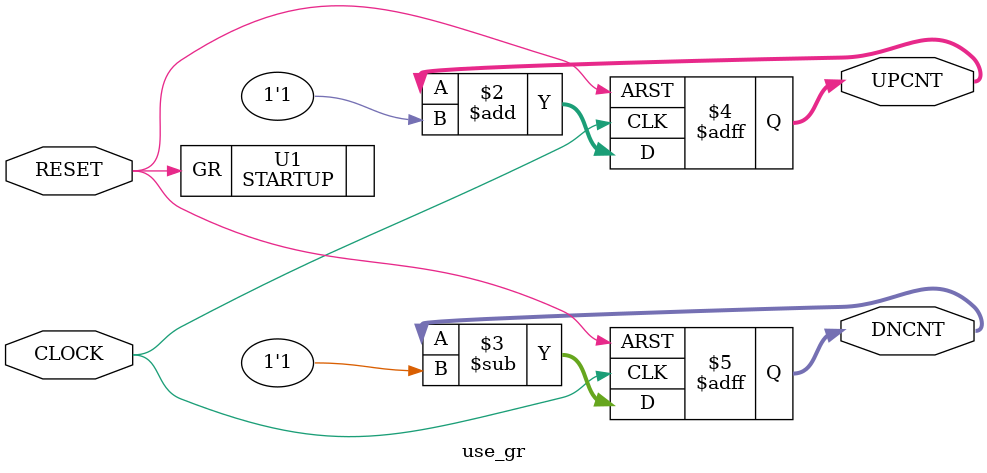
<source format=v>

module use_gr ( CLOCK, RESET, UPCNT, DNCNT);

input CLOCK, RESET;
output [3:0] UPCNT;
output [3:0] DNCNT;

reg [3:0] UPCNT;
reg [3:0] DNCNT;

STARTUP U1 (.GR(RESET));

always @ (posedge CLOCK or posedge RESET) begin
    if (RESET) begin
        UPCNT = 4'b0000;
        DNCNT = 4'b1111;
    end else begin
        UPCNT = UPCNT + 1'b1;
        DNCNT = DNCNT - 1'b1;
    end
end

endmodule

</source>
